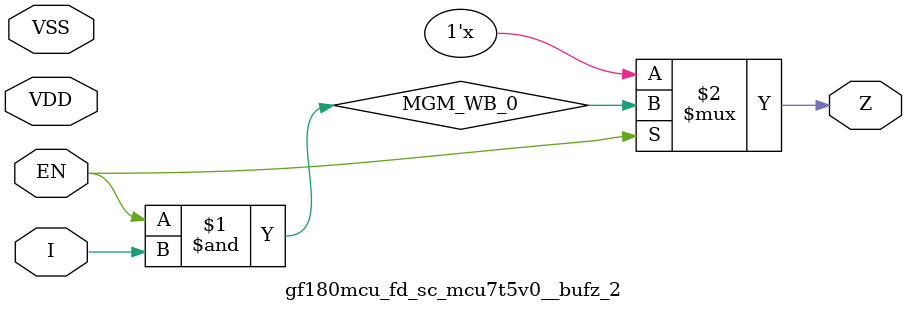
<source format=v>

module gf180mcu_fd_sc_mcu7t5v0__bufz_2( EN, I, Z, VDD, VSS );
input EN, I;
inout VDD, VSS;
output Z;

	wire MGM_WB_0;

	wire MGM_WB_1;

	and MGM_BG_0( MGM_WB_0, EN, I );

	not MGM_BG_1( MGM_WB_1, EN );

	bufif0 MGM_BG_2( Z, MGM_WB_0,MGM_WB_1 );

endmodule

</source>
